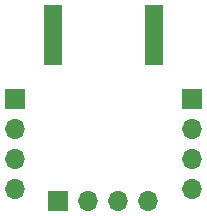
<source format=gbr>
%TF.GenerationSoftware,KiCad,Pcbnew,8.0.0*%
%TF.CreationDate,2024-08-25T13:37:12+02:00*%
%TF.ProjectId,Detector_PTFE_FR4_4_warstwy,44657465-6374-46f7-925f-505446455f46,rev?*%
%TF.SameCoordinates,Original*%
%TF.FileFunction,Soldermask,Bot*%
%TF.FilePolarity,Negative*%
%FSLAX46Y46*%
G04 Gerber Fmt 4.6, Leading zero omitted, Abs format (unit mm)*
G04 Created by KiCad (PCBNEW 8.0.0) date 2024-08-25 13:37:12*
%MOMM*%
%LPD*%
G01*
G04 APERTURE LIST*
%ADD10R,1.700000X1.700000*%
%ADD11O,1.700000X1.700000*%
%ADD12R,1.500000X5.080000*%
G04 APERTURE END LIST*
D10*
%TO.C,REF\u002A\u002A*%
X67183000Y-42775939D03*
D11*
X69723000Y-42775939D03*
X72263000Y-42775939D03*
X74803000Y-42775939D03*
%TD*%
D12*
%TO.C,J1*%
X66743000Y-28730500D03*
X75243000Y-28730500D03*
%TD*%
D10*
%TO.C,REF\u002A\u002A*%
X63500000Y-34163000D03*
D11*
X63500000Y-36703000D03*
X63500000Y-39243000D03*
X63500000Y-41783000D03*
%TD*%
D10*
%TO.C,REF\u002A\u002A*%
X78486000Y-34163000D03*
D11*
X78486000Y-36703000D03*
X78486000Y-39243000D03*
X78486000Y-41783000D03*
%TD*%
M02*

</source>
